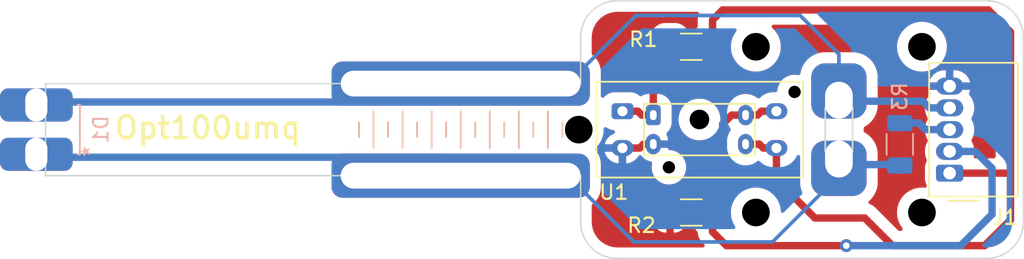
<source format=kicad_pcb>
(kicad_pcb (version 20211014) (generator pcbnew)
  (title_block (title "OBSA-100UMQ Optical Switch with LED"))
  (layers (0 "F.Cu" signal) (31 "B.Cu" signal) (34 "B.Paste" user) (35 "F.Paste" user) (36 "B.SilkS" user "B.Silkscreen") (37 "F.SilkS" user "F.Silkscreen") (38 "B.Mask" user) (39 "F.Mask" user) (44 "Edge.Cuts" user))
  (net 0 "")
  (net 1 "GND")
  (net 2 "+5V")
  (net 3 "/LED+")
  (net 4 "/LED-")
  (net 5 "/BT1")
  (net 6 "Net-(R1-Pad2)")
  (net 7 "Net-(D1-Pad2)")
  (footprint "opt100umq:ITR1203" (layer "F.Cu") (at 137.7188 132.4 -90)
    (fp_text reference "U1" (at 4.318 5.8928) (layer "F.SilkS"))
    (fp_text value "ITR1203" hide)
    (fp_line (start -1.778 -3.81) (end -1.778 3.81) (layer "F.SilkS") (width 0.12))
    (fp_line (start 1.778 -3.81) (end -1.778 -3.81) (layer "F.SilkS") (width 0.12))
    (fp_line (start 1.778 3.81) (end -1.778 3.81) (layer "F.SilkS") (width 0.12))
    (fp_line (start 1.778 3.81) (end 1.778 -3.81) (layer "F.SilkS") (width 0.12))
    (pad "" np_thru_hole circle (at -0.7 0 270) (size 1.35 1.35) (drill 1.35) (layers *.Mask))
    (pad "1" thru_hole oval (at 1 3.175 270) (size 1.397 1.016) (drill oval 0.7 0.4572) (layers *.Cu *.Mask) (net 1 "GND"))
    (pad "2" thru_hole roundrect (at -1 3.175 270) (size 1.397 1.016) (drill oval 0.7 0.4572) (layers *.Cu *.Mask) (roundrect_rratio 0.227) (net 6 "Net-(R1-Pad2)"))
    (pad "3" thru_hole oval (at 1 -3.175 270) (size 1.397 1.016) (drill oval 0.7 0.4572) (layers *.Cu *.Mask) (net 2 "+5V"))
    (pad "4" thru_hole oval (at -1 -3.175 270) (size 1.397 1.016) (drill oval 0.7 0.4572) (layers *.Cu *.Mask) (net 5 "/BT1"))
  )
  (footprint "" (layer "F.Cu") (at 152.4 138.242)
    (fp_text reference "" (at 0 0) (layer "F.SilkS") (effects (font (size 1.27 1.27))))
    (fp_text value "" (at 0 0) (layer "F.SilkS") (effects (font (size 1.27 1.27))))
    (pad "" np_thru_hole circle (at 0.635 -0.127 270) (size 1.905 1.905) (drill 1.905) (layers *.Mask))
  )
  (footprint "opt100umq:ZHR-5" (layer "F.Cu") (at 154.94 135.4 90)
    (fp_text reference "J1" (at -3.048 3.81 180) (layer "F.SilkS"))
    (fp_text value "Conn_01x05" hide)
    (fp_line (start -1.61 4.699) (end 7.61 4.699) (layer "F.SilkS") (width 0.12))
    (fp_line (start 7.61 4.699) (end 7.61 -1.41) (layer "F.SilkS") (width 0.12))
    (fp_line (start -1.61 -1.41) (end -1.61 4.699) (layer "F.SilkS") (width 0.12))
    (fp_line (start -1.91 -0.125) (end -1.91 2) (layer "F.SilkS") (width 0.12))
    (fp_line (start 7.61 -1.41) (end -1.61 -1.41) (layer "F.SilkS") (width 0.12))
    (pad "1" thru_hole roundrect (at 0 0 90) (size 1.17 1.87) (drill 0.87) (layers *.Cu *.Mask) (roundrect_rratio 0.2136752137) (net 2 "+5V"))
    (pad "2" thru_hole oval (at 1.5 0 90) (size 1.17 1.87) (drill 0.87) (layers *.Cu *.Mask) (net 5 "/BT1"))
    (pad "3" thru_hole oval (at 3 0 90) (size 1.17 1.87) (drill 0.87) (layers *.Cu *.Mask) (net 3 "/LED+"))
    (pad "4" thru_hole oval (at 4.5 0 90) (size 1.17 1.87) (drill 0.87) (layers *.Cu *.Mask) (net 4 "/LED-"))
    (pad "5" thru_hole oval (at 6 0 90) (size 1.17 1.87) (drill 0.87) (layers *.Cu *.Mask) (net 1 "GND"))
  )
  (footprint "Resistor_SMD:R_1206_3216Metric" (layer "F.Cu") (at 137.16 126.685 180)
    (fp_text reference "R1" (at 3.302 0.508) (layer "F.SilkS"))
    (fp_text value "1K" hide)
    (fp_line (start -0.727064 0.91) (end 0.727064 0.91) (layer "F.SilkS") (width 0.12))
    (fp_line (start -0.727064 -0.91) (end 0.727064 -0.91) (layer "F.SilkS") (width 0.12))
    (pad "1" smd roundrect (at -1.4625 0 180) (size 1.125 1.75) (layers "F.Cu" "F.Paste" "F.Mask") (roundrect_rratio 0.2222222222) (net 2 "+5V"))
    (pad "2" smd roundrect (at 1.4625 0 180) (size 1.125 1.75) (layers "F.Cu" "F.Paste" "F.Mask") (roundrect_rratio 0.2222222222) (net 6 "Net-(R1-Pad2)"))
  )
  (footprint "" (layer "F.Cu") (at 152.654 126.685)
    (fp_text reference "" (at 0 0) (layer "F.SilkS") (effects (font (size 1.27 1.27))))
    (fp_text value "" (at 0 0) (layer "F.SilkS") (effects (font (size 1.27 1.27))))
    (pad "" np_thru_hole circle (at 0.381 0 270) (size 1.905 1.905) (drill 1.905) (layers *.Mask))
  )
  (footprint "opt100umq:ITR8402" (layer "F.Cu") (at 137.7188 132.4 -90)
    (fp_text reference "U2" hide)
    (fp_text value "ITR8402" hide)
    (fp_line (start 3.302 7.0866) (end -3.302 7.0866) (layer "F.SilkS") (width 0.12))
    (fp_line (start 3.302 7.0866) (end 3.302 -7.1374) (layer "F.SilkS") (width 0.12))
    (fp_line (start -3.302 -7.1374) (end -3.302 7.0866) (layer "F.SilkS") (width 0.12))
    (fp_line (start 3.302 -7.1374) (end -3.302 -7.1374) (layer "F.SilkS") (width 0.12))
    (pad "" np_thru_hole circle (at 2.6 2.1 270) (size 0.85 0.85) (drill 0.85) (layers *.Mask))
    (pad "" np_thru_hole circle (at -2.6 -6.55 270) (size 0.85 0.85) (drill 0.85) (layers *.Mask))
    (pad "1" thru_hole oval (at 1.27 5.3 270) (size 1.1 1.5) (drill 0.7) (layers *.Cu *.Mask) (net 1 "GND"))
    (pad "2" thru_hole roundrect (at -1.27 5.3 270) (size 1.1 1.5) (drill 0.7) (layers *.Cu *.Mask) (roundrect_rratio 0.227) (net 6 "Net-(R1-Pad2)"))
    (pad "3" thru_hole oval (at 1.27 -5.3 270) (size 1.1 1.5) (drill 0.7) (layers *.Cu *.Mask) (net 2 "+5V"))
    (pad "4" thru_hole oval (at -1.27 -5.3 270) (size 1.1 1.5) (drill 0.7) (layers *.Cu *.Mask) (net 5 "/BT1"))
  )
  (footprint "opt100umq:SIDE_CONTACT_A" (layer "F.Cu") (at 121.285 132.4 90)
    (fp_text reference "J2" hide)
    (fp_text value "Conn_01x02" hide)
    (fp_line (start 1.27 2) (end -1.27 2) (layer "B.SilkS") (width 0.12))
    (fp_line (start 1.27 6) (end -1.27 6) (layer "B.SilkS") (width 0.12))
    (fp_line (start 0.5 -3) (end -0.5 -3) (layer "B.SilkS") (width 0.12))
    (fp_line (start 1.27 -6) (end -1.27 -6) (layer "B.SilkS") (width 0.12))
    (fp_line (start 0.5 7) (end -0.5 7) (layer "B.SilkS") (width 0.12))
    (fp_line (start 0.5 5) (end -0.5 5) (layer "B.SilkS") (width 0.12))
    (fp_line (start 1.27 -4) (end -1.27 -4) (layer "B.SilkS") (width 0.12))
    (fp_line (start 0.5 -5) (end -0.5 -5) (layer "B.SilkS") (width 0.12))
    (fp_line (start 1.27 0) (end -1.27 0) (layer "B.SilkS") (width 0.12))
    (fp_line (start 1.27 4) (end -1.27 4) (layer "B.SilkS") (width 0.12))
    (fp_line (start 0.5 3) (end -0.5 3) (layer "B.SilkS") (width 0.12))
    (fp_line (start 0.5 -1) (end -0.5 -1) (layer "B.SilkS") (width 0.12))
    (fp_line (start 0.5 1) (end -0.5 1) (layer "B.SilkS") (width 0.12))
    (fp_line (start 0.5 -7) (end -0.5 -7) (layer "B.SilkS") (width 0.12))
    (fp_line (start 1.27 -2) (end -1.27 -2) (layer "B.SilkS") (width 0.12))
    (fp_line (start -1.27 0) (end 1.27 0) (layer "F.SilkS") (width 0.12))
    (fp_line (start -0.5 1) (end 0.5 1) (layer "F.SilkS") (width 0.12))
    (fp_line (start -0.5 -1) (end 0.5 -1) (layer "F.SilkS") (width 0.12))
    (fp_line (start -0.5 7) (end 0.5 7) (layer "F.SilkS") (width 0.12))
    (fp_line (start -0.5 -5) (end 0.5 -5) (layer "F.SilkS") (width 0.12))
    (fp_line (start -1.27 2) (end 1.27 2) (layer "F.SilkS") (width 0.12))
    (fp_line (start -0.5 -7) (end 0.5 -7) (layer "F.SilkS") (width 0.12))
    (fp_line (start -1.27 6) (end 1.27 6) (layer "F.SilkS") (width 0.12))
    (fp_line (start -0.5 -3) (end 0.5 -3) (layer "F.SilkS") (width 0.12))
    (fp_line (start -1.27 -6) (end 1.27 -6) (layer "F.SilkS") (width 0.12))
    (fp_line (start -0.5 3) (end 0.5 3) (layer "F.SilkS") (width 0.12))
    (fp_line (start -1.27 -2) (end 1.27 -2) (layer "F.SilkS") (width 0.12))
    (fp_line (start -0.5 5) (end 0.5 5) (layer "F.SilkS") (width 0.12))
    (fp_line (start -1.27 -4) (end 1.27 -4) (layer "F.SilkS") (width 0.12))
    (fp_line (start -1.27 4) (end 1.27 4) (layer "F.SilkS") (width 0.12))
    (pad "1" thru_hole roundrect (at -3.175 0 90) (size 3.048 17.78) (drill oval 1.778 16.51) (layers *.Cu *.Mask) (net 7 "Net-(D1-Pad2)"))
    (pad "2" thru_hole roundrect (at 3.175 0 90) (size 3.048 17.78) (drill oval 1.778 16.51) (layers *.Cu *.Mask) (net 4 "/LED-"))
  )
  (footprint "Resistor_SMD:R_1206_3216Metric" (layer "F.Cu") (at 137.16 138.115 180)
    (fp_text reference "R2" (at 3.429 -0.889) (layer "F.SilkS"))
    (fp_text value "4.7K")
    (fp_line (start -0.727064 -0.91) (end 0.727064 -0.91) (layer "F.SilkS") (width 0.12))
    (fp_line (start -0.727064 0.91) (end 0.727064 0.91) (layer "F.SilkS") (width 0.12))
    (pad "1" smd roundrect (at -1.4625 0 180) (size 1.125 1.75) (layers "F.Cu" "F.Paste" "F.Mask") (roundrect_rratio 0.222222) (net 5 "/BT1"))
    (pad "2" smd roundrect (at 1.4625 0 180) (size 1.125 1.75) (layers "F.Cu" "F.Paste" "F.Mask") (roundrect_rratio 0.222222) (net 1 "GND"))
  )
  (footprint "" (layer "F.Cu") (at 142.748 126.558)
    (fp_text reference "" (at 0 0) (layer "F.SilkS") (effects (font (size 1.27 1.27))))
    (fp_text value "" (at 0 0) (layer "F.SilkS") (effects (font (size 1.27 1.27))))
    (pad "" np_thru_hole circle (at -1.143 0.127 270) (size 1.905 1.905) (drill 1.905) (layers *.Mask))
  )
  (footprint "" (layer "F.Cu") (at 141.478 137.988)
    (fp_text reference "" (at 0 0) (layer "F.SilkS") (effects (font (size 1.27 1.27))))
    (fp_text value "" (at 0 0) (layer "F.SilkS") (effects (font (size 1.27 1.27))))
    (pad "" np_thru_hole circle (at 0.127 0.127 270) (size 1.905 1.905) (drill 1.905) (layers *.Mask))
  )
  (footprint "" (layer "F.Cu") (at 129.413 132.527)
    (fp_text reference "" (at 0 0) (layer "F.SilkS") (effects (font (size 1.27 1.27))))
    (fp_text value "" (at 0 0) (layer "F.SilkS") (effects (font (size 1.27 1.27))))
    (pad "" np_thru_hole circle (at 0 -0.127 270) (size 1.905 1.905) (drill 1.905) (layers *.Mask))
  )
  (footprint "opt100umq:SIDE_CONTACT_B" (layer "F.Cu") (at 147.32 132.4 90)
    (fp_text reference "J3" hide)
    (fp_text value "Conn_01x02" hide)
    (fp_rect (start -1.532 -0.9398) (end 1.532 0.9398) (layer "Edge.Cuts") (width 0.12) (fill none))
    (pad "1" thru_hole roundrect (at -2.032 0 90) (size 3.81 3.81) (drill oval 2.54 1.905 (offset -0.635 0)) (layers *.Cu *.Mask) (net 7 "Net-(D1-Pad2)"))
    (pad "2" thru_hole roundrect (at 2.032 0 90) (size 3.81 3.81) (drill oval 2.54 1.905 (offset 0.635 0)) (layers *.Cu *.Mask) (net 4 "/LED-"))
  )
  (footprint "opt100umq:LED3528_SIDE" (layer "B.Cu") (at 92.075 132.4 -90)
    (fp_text reference "D1" (at 0 -4.445 -90) (layer "B.SilkS") (effects (justify mirror)))
    (fp_text value "IR26-21C_L110_TR8" hide)
    (fp_text user "*" (at 1.505356 -3.717735 90 unlocked) (layer "B.SilkS") (effects (justify mirror)))
    (fp_line (start 1.710257 -2.845) (end 1.710257 -3) (layer "B.SilkS") (width 0.12))
    (fp_line (start -1.709743 -2.845) (end -1.709743 -3) (layer "B.SilkS") (width 0.12))
    (fp_line (start -1.709743 -3) (end 1.710257 -3) (layer "B.SilkS") (width 0.12))
    (pad "1" thru_hole roundrect (at -1.7 0 270) (size 2.286 5) (drill oval 2.286 1.524) (layers *.Cu *.Mask) (net 4 "/LED-"))
    (pad "2" thru_hole roundrect (at 1.7 0 270) (size 2.286 5) (drill oval 2.286 1.524) (layers *.Cu *.Mask) (net 7 "Net-(D1-Pad2)"))
  )
  (footprint "Resistor_SMD:R_1206_3216Metric" (layer "B.Cu") (at 151.511 133.416 90)
    (fp_text reference "R3" (at 3.302 0 90) (layer "B.SilkS") (effects (justify mirror)))
    (fp_text value "1K" hide)
    (fp_line (start -0.727064 -0.91) (end 0.727064 -0.91) (layer "B.SilkS") (width 0.12))
    (fp_line (start -0.727064 0.91) (end 0.727064 0.91) (layer "B.SilkS") (width 0.12))
    (pad "1" smd roundrect (at -1.4625 0 90) (size 1.125 1.75) (layers "B.Cu" "B.Paste" "B.Mask") (roundrect_rratio 0.2222222222) (net 7 "Net-(D1-Pad2)"))
    (pad "2" smd roundrect (at 1.4625 0 90) (size 1.125 1.75) (layers "B.Cu" "B.Paste" "B.Mask") (roundrect_rratio 0.2222222222) (net 3 "/LED+"))
  )
  (gr_line (start 160.02 126.05) (end 160.02 138.75) (layer "Edge.Cuts") (width 0.1))
  (gr_arc (start 129.54 126.05) (mid 130.283949 124.253949) (end 132.08 123.51) (layer "Edge.Cuts") (width 0.1))
  (gr_arc (start 157.48 123.51) (mid 159.276051 124.253949) (end 160.02 126.05) (layer "Edge.Cuts") (width 0.1))
  (gr_line (start 129.54 129.225) (end 129.54 126.05) (layer "Edge.Cuts") (width 0.1))
  (gr_line (start 129.54 135.575) (end 129.54 138.75) (layer "Edge.Cuts") (width 0.1))
  (gr_line (start 92.71 129.225) (end 129.54 129.225) (layer "Edge.Cuts") (width 0.1))
  (gr_line (start 132.08 123.51) (end 157.48 123.51) (layer "Edge.Cuts") (width 0.1))
  (gr_arc (start 160.02 138.75) (mid 159.276051 140.546051) (end 157.48 141.29) (layer "Edge.Cuts") (width 0.1))
  (gr_line (start 132.08 141.29) (end 157.48 141.29) (layer "Edge.Cuts") (width 0.1))
  (gr_line (start 92.71 129.225) (end 92.71 135.575) (layer "Edge.Cuts") (width 0.1))
  (gr_line (start 92.71 135.575) (end 129.54 135.575) (layer "Edge.Cuts") (width 0.1))
  (gr_arc (start 132.08 141.29) (mid 130.283949 140.546051) (end 129.54 138.75) (layer "Edge.Cuts") (width 0.1))
  (gr_text "Opt100umq" (at 103.886 132.273) (layer "F.SilkS") (effects (font (size 1.5 1.5) (thickness 0.254))))
  (segment (start 133.874 133.4) (end 133.604 133.67) (width 0.508) (layer "F.Cu") (net 1))
  (segment (start 134.5438 133.4) (end 133.874 133.4) (width 0.508) (layer "F.Cu") (net 1))
  (segment (start 133.604 133.67) (end 132.4188 133.67) (width 0.508) (layer "F.Cu") (net 1))
  (segment (start 149.098 138.496) (end 151.003 140.401) (width 0.508) (layer "F.Cu") (net 2))
  (segment (start 139.319 124.145) (end 138.6225 124.8415) (width 0.508) (layer "F.Cu") (net 2))
  (segment (start 159.131 138.623) (end 159.131 125.669) (width 0.508) (layer "F.Cu") (net 2))
  (segment (start 143.0188 135.8458) (end 145.669 138.496) (width 0.508) (layer "F.Cu") (net 2))
  (segment (start 157.353 140.401) (end 159.131 138.623) (width 0.508) (layer "F.Cu") (net 2))
  (segment (start 151.003 140.401) (end 157.353 140.401) (width 0.508) (layer "F.Cu") (net 2))
  (segment (start 154.94 135.4) (end 159.083 135.4) (width 0.508) (layer "F.Cu") (net 2))
  (segment (start 143.0188 133.67) (end 142.113 133.67) (width 0.508) (layer "F.Cu") (net 2))
  (segment (start 142.113 133.67) (end 141.843 133.4) (width 0.508) (layer "F.Cu") (net 2))
  (segment (start 159.131 125.669) (end 157.607 124.145) (width 0.508) (layer "F.Cu") (net 2))
  (segment (start 145.669 138.496) (end 149.098 138.496) (width 0.508) (layer "F.Cu") (net 2))
  (segment (start 138.6225 124.8415) (end 138.6225 126.685) (width 0.508) (layer "F.Cu") (net 2))
  (segment (start 157.607 124.145) (end 139.319 124.145) (width 0.508) (layer "F.Cu") (net 2))
  (segment (start 141.843 133.4) (end 140.8938 133.4) (width 0.508) (layer "F.Cu") (net 2))
  (segment (start 143.0188 133.67) (end 143.0188 135.8458) (width 0.508) (layer "F.Cu") (net 2))
  (segment (start 152.479 131.94) (end 151.5245 131.94) (width 0.508) (layer "B.Cu") (net 3))
  (segment (start 152.829 131.94) (end 153.289 132.4) (width 0.508) (layer "B.Cu") (net 3))
  (segment (start 153.289 132.4) (end 154.94 132.4) (width 0.508) (layer "B.Cu") (net 3))
  (segment (start 152.479 131.94) (end 152.829 131.94) (width 0.508) (layer "B.Cu") (net 3))
  (segment (start 151.5245 131.94) (end 151.511 131.9535) (width 0.508) (layer "B.Cu") (net 3))
  (segment (start 153.09 130.44) (end 153.55 130.9) (width 0.508) (layer "B.Cu") (net 4))
  (segment (start 153.09 130.44) (end 148.662 130.44) (width 0.508) (layer "B.Cu") (net 4))
  (segment (start 92.58 130.495) (end 92.075 131) (width 0.508) (layer "B.Cu") (net 4))
  (segment (start 144.653 124.526) (end 133.35 124.526) (width 0.254) (layer "B.Cu") (net 4))
  (segment (start 121.285 129.225) (end 120.015 130.495) (width 0.508) (layer "B.Cu") (net 4))
  (segment (start 133.35 124.526) (end 128.651 129.225) (width 0.254) (layer "B.Cu") (net 4))
  (segment (start 153.55 130.9) (end 154.94 130.9) (width 0.508) (layer "B.Cu") (net 4))
  (segment (start 120.015 130.495) (end 92.58 130.495) (width 0.508) (layer "B.Cu") (net 4))
  (segment (start 147.32 130.368) (end 147.32 127.193) (width 0.254) (layer "B.Cu") (net 4))
  (segment (start 147.32 127.193) (end 144.653 124.526) (width 0.254) (layer "B.Cu") (net 4))
  (segment (start 138.6225 138.115) (end 138.6225 136.0175) (width 0.508) (layer "F.Cu") (net 5))
  (segment (start 139.938 131.4) (end 140.8938 131.4) (width 0.508) (layer "F.Cu") (net 5))
  (segment (start 138.6225 139.4505) (end 138.6225 138.115) (width 0.508) (layer "F.Cu") (net 5))
  (segment (start 139.319 132.019) (end 139.938 131.4) (width 0.508) (layer "F.Cu") (net 5))
  (segment (start 138.6225 136.0175) (end 139.319 135.321) (width 0.508) (layer "F.Cu") (net 5))
  (segment (start 141.716 131.4) (end 141.986 131.13) (width 0.508) (layer "F.Cu") (net 5))
  (segment (start 147.828 140.401) (end 139.573 140.401) (width 0.508) (layer "F.Cu") (net 5))
  (segment (start 140.8938 131.4) (end 141.716 131.4) (width 0.508) (layer "F.Cu") (net 5))
  (segment (start 141.986 131.13) (end 143.0274 131.13) (width 0.508) (layer "F.Cu") (net 5))
  (segment (start 139.319 135.321) (end 139.319 132.019) (width 0.508) (layer "F.Cu") (net 5))
  (segment (start 139.573 140.401) (end 138.6225 139.4505) (width 0.508) (layer "F.Cu") (net 5))
  (via (at 147.828 140.401) (size 0.889) (drill 0.4572) (layers "F.Cu" "B.Cu") (net 5))
  (segment (start 157.861 138.242) (end 157.861 135.067) (width 0.508) (layer "B.Cu") (net 5))
  (segment (start 156.694 133.9) (end 154.94 133.9) (width 0.508) (layer "B.Cu") (net 5))
  (segment (start 147.828 140.401) (end 155.702 140.401) (width 0.508) (layer "B.Cu") (net 5))
  (segment (start 155.702 140.401) (end 157.861 138.242) (width 0.508) (layer "B.Cu") (net 5))
  (segment (start 157.861 135.067) (end 156.694 133.9) (width 0.508) (layer "B.Cu") (net 5))
  (segment (start 133.747 131.4) (end 133.477 131.13) (width 0.508) (layer "F.Cu") (net 6))
  (segment (start 134.5438 129.8727) (end 134.5438 131.4) (width 0.508) (layer "F.Cu") (net 6))
  (segment (start 133.477 131.13) (end 132.4188 131.13) (width 0.508) (layer "F.Cu") (net 6))
  (segment (start 135.6975 128.719) (end 134.5438 129.8727) (width 0.508) (layer "F.Cu") (net 6))
  (segment (start 135.6975 126.685) (end 135.6975 128.719) (width 0.508) (layer "F.Cu") (net 6))
  (segment (start 134.5438 131.4) (end 133.747 131.4) (width 0.508) (layer "F.Cu") (net 6))
  (segment (start 151.4455 134.813) (end 148.844 134.813) (width 0.508) (layer "B.Cu") (net 7))
  (segment (start 128.651 135.575) (end 133.223 140.147) (width 0.25) (layer "B.Cu") (net 7))
  (segment (start 92.58 134.305) (end 92.075 133.8) (width 0.508) (layer "B.Cu") (net 7))
  (segment (start 142.748 140.147) (end 147.32 135.575) (width 0.25) (layer "B.Cu") (net 7))
  (segment (start 133.223 140.147) (end 142.748 140.147) (width 0.25) (layer "B.Cu") (net 7))
  (segment (start 151.511 134.8785) (end 151.4455 134.813) (width 0.508) (layer "B.Cu") (net 7))
  (segment (start 120.015 134.305) (end 92.58 134.305) (width 0.508) (layer "B.Cu") (net 7))
  (segment (start 121.285 135.575) (end 120.015 134.305) (width 0.508) (layer "B.Cu") (net 7))
  (zone (net 1) (net_name "GND") (layers F&B.Cu) (connect_pads (clearance 0.762)) (min_thickness 0.254) (fill yes (thermal_gap 0.508) (thermal_bridge_width 0.508))
    (polygon (pts (xy 160.02 141.29) (xy 129.54 141.29) (xy 129.54 123.51) (xy 160.02 123.51)))
  )
)
</source>
